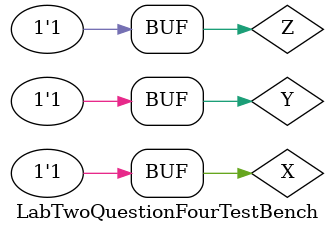
<source format=v>
`timescale 1ns / 1ps


module LabTwoQuestionFourTestBench(

    );
    LabTwoQuestionFourDesignSource dut(.X(X),.Y(Y),.Z(Z),.C(C),.S(S));
    reg X;
    reg Y;
    reg Z;
    wire C;
    wire S;
    initial begin
    X=0;
    Y=0;
    Z=0;
    #10;
    X=0;
    Y=0;
    Z=1;
    #10;
    X=0;
    Y=1;
    Z=0;
    #10;
    X=0;
    Y=1;
    Z=1;
    #10;
    X=1;
    Y=0;
    Z=0;
    #10;
    X=1;
    Y=0;
    Z=1;
    #10;
    X=1;
    Y=1;
    Z=0;
    #10;
    X=1;
    Y=1;
    Z=1;
    end
endmodule

</source>
